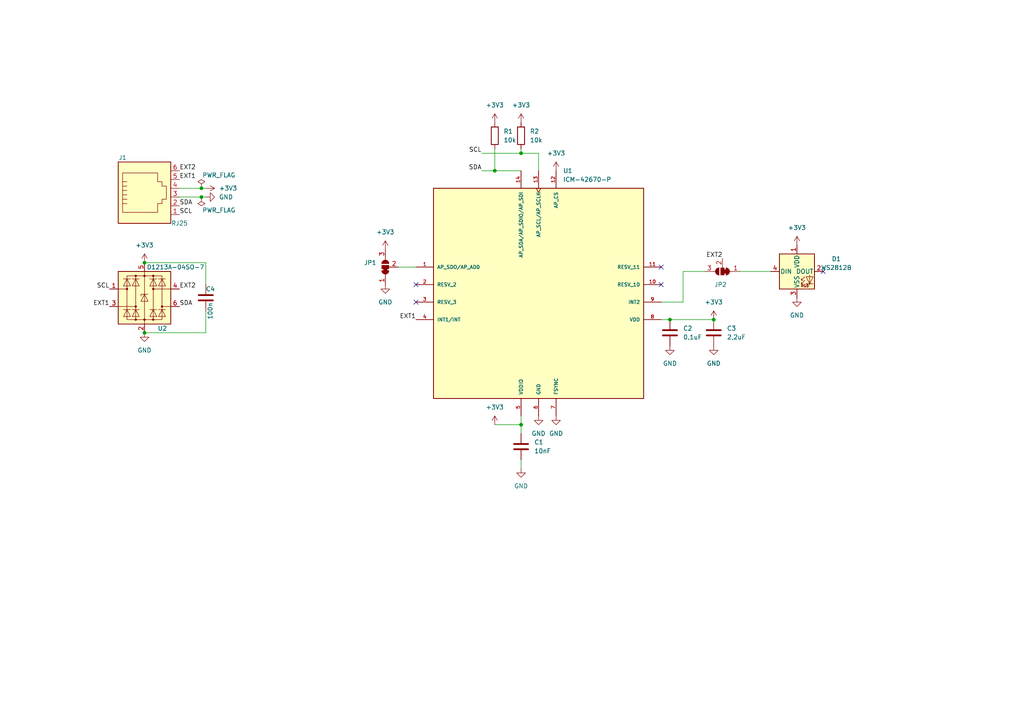
<source format=kicad_sch>
(kicad_sch (version 20230121) (generator eeschema)

  (uuid 5366ba57-4f93-4c60-9895-4205cbb289d0)

  (paper "A4")

  (lib_symbols
    (symbol "Connector:RJ25" (pin_names (offset 1.016)) (in_bom yes) (on_board yes)
      (property "Reference" "J" (at -5.08 11.43 0)
        (effects (font (size 1.27 1.27)) (justify right))
      )
      (property "Value" "RJ25" (at 2.54 11.43 0)
        (effects (font (size 1.27 1.27)) (justify left))
      )
      (property "Footprint" "" (at 0 0.635 90)
        (effects (font (size 1.27 1.27)) hide)
      )
      (property "Datasheet" "~" (at 0 0.635 90)
        (effects (font (size 1.27 1.27)) hide)
      )
      (property "ki_keywords" "6P6C RJ socket connector" (at 0 0 0)
        (effects (font (size 1.27 1.27)) hide)
      )
      (property "ki_description" "RJ connector, 6P6C (6 positions 6 connected)" (at 0 0 0)
        (effects (font (size 1.27 1.27)) hide)
      )
      (property "ki_fp_filters" "6P6C* RJ12* RJ18* RJ25*" (at 0 0 0)
        (effects (font (size 1.27 1.27)) hide)
      )
      (symbol "RJ25_0_1"
        (polyline
          (pts
            (xy -6.35 -1.905)
            (xy -5.08 -1.905)
            (xy -5.08 -1.905)
          )
          (stroke (width 0) (type default))
          (fill (type none))
        )
        (polyline
          (pts
            (xy -6.35 -0.635)
            (xy -5.08 -0.635)
            (xy -5.08 -0.635)
          )
          (stroke (width 0) (type default))
          (fill (type none))
        )
        (polyline
          (pts
            (xy -6.35 0.635)
            (xy -5.08 0.635)
            (xy -5.08 0.635)
          )
          (stroke (width 0) (type default))
          (fill (type none))
        )
        (polyline
          (pts
            (xy -6.35 1.905)
            (xy -5.08 1.905)
            (xy -5.08 1.905)
          )
          (stroke (width 0) (type default))
          (fill (type none))
        )
        (polyline
          (pts
            (xy -6.35 3.175)
            (xy -5.08 3.175)
            (xy -5.08 3.175)
          )
          (stroke (width 0) (type default))
          (fill (type none))
        )
        (polyline
          (pts
            (xy -5.08 4.445)
            (xy -6.35 4.445)
            (xy -6.35 4.445)
          )
          (stroke (width 0) (type default))
          (fill (type none))
        )
        (polyline
          (pts
            (xy -6.35 -4.445)
            (xy -6.35 6.985)
            (xy 3.81 6.985)
            (xy 3.81 4.445)
            (xy 5.08 4.445)
            (xy 5.08 3.175)
            (xy 6.35 3.175)
            (xy 6.35 -0.635)
            (xy 5.08 -0.635)
            (xy 5.08 -1.905)
            (xy 3.81 -1.905)
            (xy 3.81 -4.445)
            (xy -6.35 -4.445)
            (xy -6.35 -4.445)
          )
          (stroke (width 0) (type default))
          (fill (type none))
        )
        (rectangle (start 7.62 10.16) (end -7.62 -7.62)
          (stroke (width 0.254) (type default))
          (fill (type background))
        )
      )
      (symbol "RJ25_1_1"
        (pin passive line (at 10.16 -5.08 180) (length 2.54)
          (name "~" (effects (font (size 1.27 1.27))))
          (number "1" (effects (font (size 1.27 1.27))))
        )
        (pin passive line (at 10.16 -2.54 180) (length 2.54)
          (name "~" (effects (font (size 1.27 1.27))))
          (number "2" (effects (font (size 1.27 1.27))))
        )
        (pin passive line (at 10.16 0 180) (length 2.54)
          (name "~" (effects (font (size 1.27 1.27))))
          (number "3" (effects (font (size 1.27 1.27))))
        )
        (pin passive line (at 10.16 2.54 180) (length 2.54)
          (name "~" (effects (font (size 1.27 1.27))))
          (number "4" (effects (font (size 1.27 1.27))))
        )
        (pin passive line (at 10.16 5.08 180) (length 2.54)
          (name "~" (effects (font (size 1.27 1.27))))
          (number "5" (effects (font (size 1.27 1.27))))
        )
        (pin passive line (at 10.16 7.62 180) (length 2.54)
          (name "~" (effects (font (size 1.27 1.27))))
          (number "6" (effects (font (size 1.27 1.27))))
        )
      )
    )
    (symbol "Device:C" (pin_numbers hide) (pin_names (offset 0.254)) (in_bom yes) (on_board yes)
      (property "Reference" "C" (at 0.635 2.54 0)
        (effects (font (size 1.27 1.27)) (justify left))
      )
      (property "Value" "C" (at 0.635 -2.54 0)
        (effects (font (size 1.27 1.27)) (justify left))
      )
      (property "Footprint" "" (at 0.9652 -3.81 0)
        (effects (font (size 1.27 1.27)) hide)
      )
      (property "Datasheet" "~" (at 0 0 0)
        (effects (font (size 1.27 1.27)) hide)
      )
      (property "ki_keywords" "cap capacitor" (at 0 0 0)
        (effects (font (size 1.27 1.27)) hide)
      )
      (property "ki_description" "Unpolarized capacitor" (at 0 0 0)
        (effects (font (size 1.27 1.27)) hide)
      )
      (property "ki_fp_filters" "C_*" (at 0 0 0)
        (effects (font (size 1.27 1.27)) hide)
      )
      (symbol "C_0_1"
        (polyline
          (pts
            (xy -2.032 -0.762)
            (xy 2.032 -0.762)
          )
          (stroke (width 0.508) (type default))
          (fill (type none))
        )
        (polyline
          (pts
            (xy -2.032 0.762)
            (xy 2.032 0.762)
          )
          (stroke (width 0.508) (type default))
          (fill (type none))
        )
      )
      (symbol "C_1_1"
        (pin passive line (at 0 3.81 270) (length 2.794)
          (name "~" (effects (font (size 1.27 1.27))))
          (number "1" (effects (font (size 1.27 1.27))))
        )
        (pin passive line (at 0 -3.81 90) (length 2.794)
          (name "~" (effects (font (size 1.27 1.27))))
          (number "2" (effects (font (size 1.27 1.27))))
        )
      )
    )
    (symbol "Device:R" (pin_numbers hide) (pin_names (offset 0)) (in_bom yes) (on_board yes)
      (property "Reference" "R" (at 2.032 0 90)
        (effects (font (size 1.27 1.27)))
      )
      (property "Value" "R" (at 0 0 90)
        (effects (font (size 1.27 1.27)))
      )
      (property "Footprint" "" (at -1.778 0 90)
        (effects (font (size 1.27 1.27)) hide)
      )
      (property "Datasheet" "~" (at 0 0 0)
        (effects (font (size 1.27 1.27)) hide)
      )
      (property "ki_keywords" "R res resistor" (at 0 0 0)
        (effects (font (size 1.27 1.27)) hide)
      )
      (property "ki_description" "Resistor" (at 0 0 0)
        (effects (font (size 1.27 1.27)) hide)
      )
      (property "ki_fp_filters" "R_*" (at 0 0 0)
        (effects (font (size 1.27 1.27)) hide)
      )
      (symbol "R_0_1"
        (rectangle (start -1.016 -2.54) (end 1.016 2.54)
          (stroke (width 0.254) (type default))
          (fill (type none))
        )
      )
      (symbol "R_1_1"
        (pin passive line (at 0 3.81 270) (length 1.27)
          (name "~" (effects (font (size 1.27 1.27))))
          (number "1" (effects (font (size 1.27 1.27))))
        )
        (pin passive line (at 0 -3.81 90) (length 1.27)
          (name "~" (effects (font (size 1.27 1.27))))
          (number "2" (effects (font (size 1.27 1.27))))
        )
      )
    )
    (symbol "ICM-42670:ICM-42670-P" (pin_names (offset 1.016)) (in_bom yes) (on_board yes)
      (property "Reference" "U" (at -30.48 31.242 0)
        (effects (font (size 1.27 1.27)) (justify left bottom))
      )
      (property "Value" "ICM-42670-P" (at -30.48 -31.242 0)
        (effects (font (size 1.27 1.27)) (justify left top))
      )
      (property "Footprint" "ICM-42670-P:IC_ICM-42670-P" (at 0 0 0)
        (effects (font (size 1.27 1.27)) (justify bottom) hide)
      )
      (property "Datasheet" "" (at 0 0 0)
        (effects (font (size 1.27 1.27)) hide)
      )
      (property "MF" "TDK InvenSense" (at 0 0 0)
        (effects (font (size 1.27 1.27)) (justify bottom) hide)
      )
      (property "Description" "\nLow-Power, Premium Performance 6-Axis MotionTrackingTM IMU with I3C, I2C and SPI interface in 2.5mm x 3mm Package\n" (at 0 0 0)
        (effects (font (size 1.27 1.27)) (justify bottom) hide)
      )
      (property "Package" "None" (at 0 0 0)
        (effects (font (size 1.27 1.27)) (justify bottom) hide)
      )
      (property "Price" "None" (at 0 0 0)
        (effects (font (size 1.27 1.27)) (justify bottom) hide)
      )
      (property "Check_prices" "https://www.snapeda.com/parts/ICM-42670-P/TDK+InvenSense/view-part/?ref=eda" (at 0 0 0)
        (effects (font (size 1.27 1.27)) (justify bottom) hide)
      )
      (property "SnapEDA_Link" "https://www.snapeda.com/parts/ICM-42670-P/TDK+InvenSense/view-part/?ref=snap" (at 0 0 0)
        (effects (font (size 1.27 1.27)) (justify bottom) hide)
      )
      (property "MP" "ICM-42670-P" (at 0 0 0)
        (effects (font (size 1.27 1.27)) (justify bottom) hide)
      )
      (property "Availability" "Not in stock" (at 0 0 0)
        (effects (font (size 1.27 1.27)) (justify bottom) hide)
      )
      (property "Purchase-URL" "https://pricing.snapeda.com/search/part/ICM-42670-P/?ref=eda" (at 0 0 0)
        (effects (font (size 1.27 1.27)) (justify bottom) hide)
      )
      (symbol "ICM-42670-P_0_0"
        (rectangle (start -30.48 -30.48) (end 30.48 30.48)
          (stroke (width 0.254) (type default))
          (fill (type background))
        )
        (pin bidirectional line (at -35.56 7.62 0) (length 5.08)
          (name "AP_SDO/AP_AD0" (effects (font (size 1.016 1.016))))
          (number "1" (effects (font (size 1.016 1.016))))
        )
        (pin passive line (at 35.56 2.54 180) (length 5.08)
          (name "RESV_10" (effects (font (size 1.016 1.016))))
          (number "10" (effects (font (size 1.016 1.016))))
        )
        (pin passive line (at 35.56 7.62 180) (length 5.08)
          (name "RESV_11" (effects (font (size 1.016 1.016))))
          (number "11" (effects (font (size 1.016 1.016))))
        )
        (pin input line (at 5.08 35.56 270) (length 5.08)
          (name "AP_CS" (effects (font (size 1.016 1.016))))
          (number "12" (effects (font (size 1.016 1.016))))
        )
        (pin input clock (at 0 35.56 270) (length 5.08)
          (name "AP_SCL/AP_SCLK" (effects (font (size 1.016 1.016))))
          (number "13" (effects (font (size 1.016 1.016))))
        )
        (pin bidirectional line (at -5.08 35.56 270) (length 5.08)
          (name "AP_SDA/AP_SDIO/AP_SDI" (effects (font (size 1.016 1.016))))
          (number "14" (effects (font (size 1.016 1.016))))
        )
        (pin passive line (at -35.56 2.54 0) (length 5.08)
          (name "RESV_2" (effects (font (size 1.016 1.016))))
          (number "2" (effects (font (size 1.016 1.016))))
        )
        (pin passive line (at -35.56 -2.54 0) (length 5.08)
          (name "RESV_3" (effects (font (size 1.016 1.016))))
          (number "3" (effects (font (size 1.016 1.016))))
        )
        (pin output line (at -35.56 -7.62 0) (length 5.08)
          (name "INT1/INT" (effects (font (size 1.016 1.016))))
          (number "4" (effects (font (size 1.016 1.016))))
        )
        (pin power_in line (at -5.08 -35.56 90) (length 5.08)
          (name "VDDIO" (effects (font (size 1.016 1.016))))
          (number "5" (effects (font (size 1.016 1.016))))
        )
        (pin power_in line (at 0 -35.56 90) (length 5.08)
          (name "GND" (effects (font (size 1.016 1.016))))
          (number "6" (effects (font (size 1.016 1.016))))
        )
        (pin input line (at 5.08 -35.56 90) (length 5.08)
          (name "FSYNC" (effects (font (size 1.016 1.016))))
          (number "7" (effects (font (size 1.016 1.016))))
        )
        (pin power_in line (at 35.56 -7.62 180) (length 5.08)
          (name "VDD" (effects (font (size 1.016 1.016))))
          (number "8" (effects (font (size 1.016 1.016))))
        )
        (pin output line (at 35.56 -2.54 180) (length 5.08)
          (name "INT2" (effects (font (size 1.016 1.016))))
          (number "9" (effects (font (size 1.016 1.016))))
        )
      )
    )
    (symbol "Jumper:SolderJumper_3_Bridged12" (pin_names (offset 0) hide) (in_bom yes) (on_board yes)
      (property "Reference" "JP" (at -2.54 -2.54 0)
        (effects (font (size 1.27 1.27)))
      )
      (property "Value" "SolderJumper_3_Bridged12" (at 0 2.794 0)
        (effects (font (size 1.27 1.27)))
      )
      (property "Footprint" "" (at 0 0 0)
        (effects (font (size 1.27 1.27)) hide)
      )
      (property "Datasheet" "~" (at 0 0 0)
        (effects (font (size 1.27 1.27)) hide)
      )
      (property "ki_keywords" "Solder Jumper SPDT" (at 0 0 0)
        (effects (font (size 1.27 1.27)) hide)
      )
      (property "ki_description" "3-pole Solder Jumper, pins 1+2 closed/bridged" (at 0 0 0)
        (effects (font (size 1.27 1.27)) hide)
      )
      (property "ki_fp_filters" "SolderJumper*Bridged12*" (at 0 0 0)
        (effects (font (size 1.27 1.27)) hide)
      )
      (symbol "SolderJumper_3_Bridged12_0_1"
        (rectangle (start -1.016 0.508) (end -0.508 -0.508)
          (stroke (width 0) (type default))
          (fill (type outline))
        )
        (arc (start -1.016 1.016) (mid -2.0276 0) (end -1.016 -1.016)
          (stroke (width 0) (type default))
          (fill (type none))
        )
        (arc (start -1.016 1.016) (mid -2.0276 0) (end -1.016 -1.016)
          (stroke (width 0) (type default))
          (fill (type outline))
        )
        (rectangle (start -0.508 1.016) (end 0.508 -1.016)
          (stroke (width 0) (type default))
          (fill (type outline))
        )
        (polyline
          (pts
            (xy -2.54 0)
            (xy -2.032 0)
          )
          (stroke (width 0) (type default))
          (fill (type none))
        )
        (polyline
          (pts
            (xy -1.016 1.016)
            (xy -1.016 -1.016)
          )
          (stroke (width 0) (type default))
          (fill (type none))
        )
        (polyline
          (pts
            (xy 0 -1.27)
            (xy 0 -1.016)
          )
          (stroke (width 0) (type default))
          (fill (type none))
        )
        (polyline
          (pts
            (xy 1.016 1.016)
            (xy 1.016 -1.016)
          )
          (stroke (width 0) (type default))
          (fill (type none))
        )
        (polyline
          (pts
            (xy 2.54 0)
            (xy 2.032 0)
          )
          (stroke (width 0) (type default))
          (fill (type none))
        )
        (arc (start 1.016 -1.016) (mid 2.0276 0) (end 1.016 1.016)
          (stroke (width 0) (type default))
          (fill (type none))
        )
        (arc (start 1.016 -1.016) (mid 2.0276 0) (end 1.016 1.016)
          (stroke (width 0) (type default))
          (fill (type outline))
        )
      )
      (symbol "SolderJumper_3_Bridged12_1_1"
        (pin passive line (at -5.08 0 0) (length 2.54)
          (name "A" (effects (font (size 1.27 1.27))))
          (number "1" (effects (font (size 1.27 1.27))))
        )
        (pin passive line (at 0 -3.81 90) (length 2.54)
          (name "C" (effects (font (size 1.27 1.27))))
          (number "2" (effects (font (size 1.27 1.27))))
        )
        (pin passive line (at 5.08 0 180) (length 2.54)
          (name "B" (effects (font (size 1.27 1.27))))
          (number "3" (effects (font (size 1.27 1.27))))
        )
      )
    )
    (symbol "LED:WS2812B" (pin_names (offset 0.254)) (in_bom yes) (on_board yes)
      (property "Reference" "D" (at 5.08 5.715 0)
        (effects (font (size 1.27 1.27)) (justify right bottom))
      )
      (property "Value" "WS2812B" (at 1.27 -5.715 0)
        (effects (font (size 1.27 1.27)) (justify left top))
      )
      (property "Footprint" "LED_SMD:LED_WS2812B_PLCC4_5.0x5.0mm_P3.2mm" (at 1.27 -7.62 0)
        (effects (font (size 1.27 1.27)) (justify left top) hide)
      )
      (property "Datasheet" "https://cdn-shop.adafruit.com/datasheets/WS2812B.pdf" (at 2.54 -9.525 0)
        (effects (font (size 1.27 1.27)) (justify left top) hide)
      )
      (property "ki_keywords" "RGB LED NeoPixel addressable" (at 0 0 0)
        (effects (font (size 1.27 1.27)) hide)
      )
      (property "ki_description" "RGB LED with integrated controller" (at 0 0 0)
        (effects (font (size 1.27 1.27)) hide)
      )
      (property "ki_fp_filters" "LED*WS2812*PLCC*5.0x5.0mm*P3.2mm*" (at 0 0 0)
        (effects (font (size 1.27 1.27)) hide)
      )
      (symbol "WS2812B_0_0"
        (text "RGB" (at 2.286 -4.191 0)
          (effects (font (size 0.762 0.762)))
        )
      )
      (symbol "WS2812B_0_1"
        (polyline
          (pts
            (xy 1.27 -3.556)
            (xy 1.778 -3.556)
          )
          (stroke (width 0) (type default))
          (fill (type none))
        )
        (polyline
          (pts
            (xy 1.27 -2.54)
            (xy 1.778 -2.54)
          )
          (stroke (width 0) (type default))
          (fill (type none))
        )
        (polyline
          (pts
            (xy 4.699 -3.556)
            (xy 2.667 -3.556)
          )
          (stroke (width 0) (type default))
          (fill (type none))
        )
        (polyline
          (pts
            (xy 2.286 -2.54)
            (xy 1.27 -3.556)
            (xy 1.27 -3.048)
          )
          (stroke (width 0) (type default))
          (fill (type none))
        )
        (polyline
          (pts
            (xy 2.286 -1.524)
            (xy 1.27 -2.54)
            (xy 1.27 -2.032)
          )
          (stroke (width 0) (type default))
          (fill (type none))
        )
        (polyline
          (pts
            (xy 3.683 -1.016)
            (xy 3.683 -3.556)
            (xy 3.683 -4.064)
          )
          (stroke (width 0) (type default))
          (fill (type none))
        )
        (polyline
          (pts
            (xy 4.699 -1.524)
            (xy 2.667 -1.524)
            (xy 3.683 -3.556)
            (xy 4.699 -1.524)
          )
          (stroke (width 0) (type default))
          (fill (type none))
        )
        (rectangle (start 5.08 5.08) (end -5.08 -5.08)
          (stroke (width 0.254) (type default))
          (fill (type background))
        )
      )
      (symbol "WS2812B_1_1"
        (pin power_in line (at 0 7.62 270) (length 2.54)
          (name "VDD" (effects (font (size 1.27 1.27))))
          (number "1" (effects (font (size 1.27 1.27))))
        )
        (pin output line (at 7.62 0 180) (length 2.54)
          (name "DOUT" (effects (font (size 1.27 1.27))))
          (number "2" (effects (font (size 1.27 1.27))))
        )
        (pin power_in line (at 0 -7.62 90) (length 2.54)
          (name "VSS" (effects (font (size 1.27 1.27))))
          (number "3" (effects (font (size 1.27 1.27))))
        )
        (pin input line (at -7.62 0 0) (length 2.54)
          (name "DIN" (effects (font (size 1.27 1.27))))
          (number "4" (effects (font (size 1.27 1.27))))
        )
      )
    )
    (symbol "Power_Protection:WE-TVS-824015043" (pin_names hide) (in_bom yes) (on_board yes)
      (property "Reference" "U" (at 0 12.7 0)
        (effects (font (size 1.27 1.27)))
      )
      (property "Value" "WE-TVS-824015043" (at 0 10.16 0)
        (effects (font (size 1.27 1.27)))
      )
      (property "Footprint" "Package_TO_SOT_SMD:SOT-23-6" (at 1.27 -8.89 0)
        (effects (font (size 1.27 1.27)) hide)
      )
      (property "Datasheet" "https://www.we-online.com/components/products/datasheet/824015043.pdf" (at 1.27 -10.16 0)
        (effects (font (size 1.27 1.27)) hide)
      )
      (property "ki_keywords" "ESD Protection TVS High-speed USB" (at 0 0 0)
        (effects (font (size 1.27 1.27)) hide)
      )
      (property "ki_description" "Low Capacitance TVS Diode Array, 2 Channels, SOT-23-6" (at 0 0 0)
        (effects (font (size 1.27 1.27)) hide)
      )
      (property "ki_fp_filters" "SOT?23*" (at 0 0 0)
        (effects (font (size 1.27 1.27)) hide)
      )
      (symbol "WE-TVS-824015043_0_1"
        (rectangle (start -7.62 -7.62) (end 7.62 7.62)
          (stroke (width 0.254) (type default))
          (fill (type background))
        )
        (circle (center -5.08 2.54) (radius 0.254)
          (stroke (width 0) (type default))
          (fill (type outline))
        )
        (circle (center -2.54 -6.35) (radius 0.254)
          (stroke (width 0) (type default))
          (fill (type outline))
        )
        (circle (center -2.54 -2.54) (radius 0.254)
          (stroke (width 0) (type default))
          (fill (type outline))
        )
        (circle (center -2.54 6.35) (radius 0.254)
          (stroke (width 0) (type default))
          (fill (type outline))
        )
        (rectangle (start -2.54 6.35) (end 2.54 -6.35)
          (stroke (width 0) (type default))
          (fill (type none))
        )
        (circle (center 0 -6.35) (radius 0.254)
          (stroke (width 0) (type default))
          (fill (type outline))
        )
        (polyline
          (pts
            (xy -5.08 2.54)
            (xy -7.62 2.54)
          )
          (stroke (width 0) (type default))
          (fill (type none))
        )
        (polyline
          (pts
            (xy -4.064 -3.429)
            (xy -6.096 -3.429)
          )
          (stroke (width 0) (type default))
          (fill (type none))
        )
        (polyline
          (pts
            (xy -4.064 5.461)
            (xy -6.096 5.461)
          )
          (stroke (width 0) (type default))
          (fill (type none))
        )
        (polyline
          (pts
            (xy -2.54 -2.54)
            (xy -7.62 -2.54)
          )
          (stroke (width 0) (type default))
          (fill (type none))
        )
        (polyline
          (pts
            (xy -1.524 -3.429)
            (xy -3.556 -3.429)
          )
          (stroke (width 0) (type default))
          (fill (type none))
        )
        (polyline
          (pts
            (xy -1.524 5.461)
            (xy -3.556 5.461)
          )
          (stroke (width 0) (type default))
          (fill (type none))
        )
        (polyline
          (pts
            (xy 0 -7.62)
            (xy 0 -6.35)
          )
          (stroke (width 0) (type default))
          (fill (type none))
        )
        (polyline
          (pts
            (xy 0 -6.35)
            (xy 0 1.27)
          )
          (stroke (width 0) (type default))
          (fill (type none))
        )
        (polyline
          (pts
            (xy 0 1.27)
            (xy 0 6.35)
          )
          (stroke (width 0) (type default))
          (fill (type none))
        )
        (polyline
          (pts
            (xy 0 6.35)
            (xy 0 7.62)
          )
          (stroke (width 0) (type default))
          (fill (type none))
        )
        (polyline
          (pts
            (xy 1.524 -3.429)
            (xy 3.556 -3.429)
          )
          (stroke (width 0) (type default))
          (fill (type none))
        )
        (polyline
          (pts
            (xy 1.524 5.461)
            (xy 3.556 5.461)
          )
          (stroke (width 0) (type default))
          (fill (type none))
        )
        (polyline
          (pts
            (xy 2.54 2.54)
            (xy 7.62 2.54)
          )
          (stroke (width 0) (type default))
          (fill (type none))
        )
        (polyline
          (pts
            (xy 4.064 -3.429)
            (xy 6.096 -3.429)
          )
          (stroke (width 0) (type default))
          (fill (type none))
        )
        (polyline
          (pts
            (xy 4.064 5.461)
            (xy 6.096 5.461)
          )
          (stroke (width 0) (type default))
          (fill (type none))
        )
        (polyline
          (pts
            (xy 5.08 -2.54)
            (xy 7.62 -2.54)
          )
          (stroke (width 0) (type default))
          (fill (type none))
        )
        (polyline
          (pts
            (xy -6.096 -5.461)
            (xy -4.064 -5.461)
            (xy -5.08 -3.429)
            (xy -6.096 -5.461)
          )
          (stroke (width 0) (type default))
          (fill (type none))
        )
        (polyline
          (pts
            (xy -6.096 3.429)
            (xy -4.064 3.429)
            (xy -5.08 5.461)
            (xy -6.096 3.429)
          )
          (stroke (width 0) (type default))
          (fill (type none))
        )
        (polyline
          (pts
            (xy -3.556 -5.461)
            (xy -1.524 -5.461)
            (xy -2.54 -3.429)
            (xy -3.556 -5.461)
          )
          (stroke (width 0) (type default))
          (fill (type none))
        )
        (polyline
          (pts
            (xy -3.556 3.429)
            (xy -1.524 3.429)
            (xy -2.54 5.461)
            (xy -3.556 3.429)
          )
          (stroke (width 0) (type default))
          (fill (type none))
        )
        (polyline
          (pts
            (xy -2.54 6.35)
            (xy -5.08 6.35)
            (xy -5.08 -6.35)
            (xy -2.54 -6.35)
          )
          (stroke (width 0) (type default))
          (fill (type none))
        )
        (polyline
          (pts
            (xy -1.016 -1.016)
            (xy 1.016 -1.016)
            (xy 0 1.016)
            (xy -1.016 -1.016)
          )
          (stroke (width 0) (type default))
          (fill (type none))
        )
        (polyline
          (pts
            (xy 1.016 1.016)
            (xy 0.762 1.016)
            (xy -1.016 1.016)
            (xy -1.016 0.508)
          )
          (stroke (width 0) (type default))
          (fill (type none))
        )
        (polyline
          (pts
            (xy 2.54 6.35)
            (xy 5.08 6.35)
            (xy 5.08 -6.35)
            (xy 2.54 -6.35)
          )
          (stroke (width 0) (type default))
          (fill (type none))
        )
        (polyline
          (pts
            (xy 3.556 -5.461)
            (xy 1.524 -5.461)
            (xy 2.54 -3.429)
            (xy 3.556 -5.461)
          )
          (stroke (width 0) (type default))
          (fill (type none))
        )
        (polyline
          (pts
            (xy 3.556 3.429)
            (xy 1.524 3.429)
            (xy 2.54 5.461)
            (xy 3.556 3.429)
          )
          (stroke (width 0) (type default))
          (fill (type none))
        )
        (polyline
          (pts
            (xy 6.096 -5.461)
            (xy 4.064 -5.461)
            (xy 5.08 -3.429)
            (xy 6.096 -5.461)
          )
          (stroke (width 0) (type default))
          (fill (type none))
        )
        (polyline
          (pts
            (xy 6.096 3.429)
            (xy 4.064 3.429)
            (xy 5.08 5.461)
            (xy 6.096 3.429)
          )
          (stroke (width 0) (type default))
          (fill (type none))
        )
        (circle (center 0 6.35) (radius 0.254)
          (stroke (width 0) (type default))
          (fill (type outline))
        )
        (circle (center 2.54 -6.35) (radius 0.254)
          (stroke (width 0) (type default))
          (fill (type outline))
        )
        (circle (center 2.54 2.54) (radius 0.254)
          (stroke (width 0) (type default))
          (fill (type outline))
        )
        (circle (center 2.54 6.35) (radius 0.254)
          (stroke (width 0) (type default))
          (fill (type outline))
        )
        (circle (center 5.08 -2.54) (radius 0.254)
          (stroke (width 0) (type default))
          (fill (type outline))
        )
      )
      (symbol "WE-TVS-824015043_1_1"
        (pin passive line (at -10.16 2.54 0) (length 2.54)
          (name "I/O1" (effects (font (size 1.27 1.27))))
          (number "1" (effects (font (size 1.27 1.27))))
        )
        (pin passive line (at 0 -10.16 90) (length 2.54)
          (name "GND" (effects (font (size 1.27 1.27))))
          (number "2" (effects (font (size 1.27 1.27))))
        )
        (pin passive line (at -10.16 -2.54 0) (length 2.54)
          (name "I/O2" (effects (font (size 1.27 1.27))))
          (number "3" (effects (font (size 1.27 1.27))))
        )
        (pin passive line (at 10.16 2.54 180) (length 2.54)
          (name "I/O3" (effects (font (size 1.27 1.27))))
          (number "4" (effects (font (size 1.27 1.27))))
        )
        (pin passive line (at 0 10.16 270) (length 2.54)
          (name "VBUS" (effects (font (size 1.27 1.27))))
          (number "5" (effects (font (size 1.27 1.27))))
        )
        (pin passive line (at 10.16 -2.54 180) (length 2.54)
          (name "I/O4" (effects (font (size 1.27 1.27))))
          (number "6" (effects (font (size 1.27 1.27))))
        )
      )
    )
    (symbol "power:+3V3" (power) (pin_names (offset 0)) (in_bom yes) (on_board yes)
      (property "Reference" "#PWR" (at 0 -3.81 0)
        (effects (font (size 1.27 1.27)) hide)
      )
      (property "Value" "+3V3" (at 0 3.556 0)
        (effects (font (size 1.27 1.27)))
      )
      (property "Footprint" "" (at 0 0 0)
        (effects (font (size 1.27 1.27)) hide)
      )
      (property "Datasheet" "" (at 0 0 0)
        (effects (font (size 1.27 1.27)) hide)
      )
      (property "ki_keywords" "global power" (at 0 0 0)
        (effects (font (size 1.27 1.27)) hide)
      )
      (property "ki_description" "Power symbol creates a global label with name \"+3V3\"" (at 0 0 0)
        (effects (font (size 1.27 1.27)) hide)
      )
      (symbol "+3V3_0_1"
        (polyline
          (pts
            (xy -0.762 1.27)
            (xy 0 2.54)
          )
          (stroke (width 0) (type default))
          (fill (type none))
        )
        (polyline
          (pts
            (xy 0 0)
            (xy 0 2.54)
          )
          (stroke (width 0) (type default))
          (fill (type none))
        )
        (polyline
          (pts
            (xy 0 2.54)
            (xy 0.762 1.27)
          )
          (stroke (width 0) (type default))
          (fill (type none))
        )
      )
      (symbol "+3V3_1_1"
        (pin power_in line (at 0 0 90) (length 0) hide
          (name "+3V3" (effects (font (size 1.27 1.27))))
          (number "1" (effects (font (size 1.27 1.27))))
        )
      )
    )
    (symbol "power:GND" (power) (pin_names (offset 0)) (in_bom yes) (on_board yes)
      (property "Reference" "#PWR" (at 0 -6.35 0)
        (effects (font (size 1.27 1.27)) hide)
      )
      (property "Value" "GND" (at 0 -3.81 0)
        (effects (font (size 1.27 1.27)))
      )
      (property "Footprint" "" (at 0 0 0)
        (effects (font (size 1.27 1.27)) hide)
      )
      (property "Datasheet" "" (at 0 0 0)
        (effects (font (size 1.27 1.27)) hide)
      )
      (property "ki_keywords" "global power" (at 0 0 0)
        (effects (font (size 1.27 1.27)) hide)
      )
      (property "ki_description" "Power symbol creates a global label with name \"GND\" , ground" (at 0 0 0)
        (effects (font (size 1.27 1.27)) hide)
      )
      (symbol "GND_0_1"
        (polyline
          (pts
            (xy 0 0)
            (xy 0 -1.27)
            (xy 1.27 -1.27)
            (xy 0 -2.54)
            (xy -1.27 -1.27)
            (xy 0 -1.27)
          )
          (stroke (width 0) (type default))
          (fill (type none))
        )
      )
      (symbol "GND_1_1"
        (pin power_in line (at 0 0 270) (length 0) hide
          (name "GND" (effects (font (size 1.27 1.27))))
          (number "1" (effects (font (size 1.27 1.27))))
        )
      )
    )
    (symbol "power:PWR_FLAG" (power) (pin_numbers hide) (pin_names (offset 0) hide) (in_bom yes) (on_board yes)
      (property "Reference" "#FLG" (at 0 1.905 0)
        (effects (font (size 1.27 1.27)) hide)
      )
      (property "Value" "PWR_FLAG" (at 0 3.81 0)
        (effects (font (size 1.27 1.27)))
      )
      (property "Footprint" "" (at 0 0 0)
        (effects (font (size 1.27 1.27)) hide)
      )
      (property "Datasheet" "~" (at 0 0 0)
        (effects (font (size 1.27 1.27)) hide)
      )
      (property "ki_keywords" "flag power" (at 0 0 0)
        (effects (font (size 1.27 1.27)) hide)
      )
      (property "ki_description" "Special symbol for telling ERC where power comes from" (at 0 0 0)
        (effects (font (size 1.27 1.27)) hide)
      )
      (symbol "PWR_FLAG_0_0"
        (pin power_out line (at 0 0 90) (length 0)
          (name "pwr" (effects (font (size 1.27 1.27))))
          (number "1" (effects (font (size 1.27 1.27))))
        )
      )
      (symbol "PWR_FLAG_0_1"
        (polyline
          (pts
            (xy 0 0)
            (xy 0 1.27)
            (xy -1.016 1.905)
            (xy 0 2.54)
            (xy 1.016 1.905)
            (xy 0 1.27)
          )
          (stroke (width 0) (type default))
          (fill (type none))
        )
      )
    )
  )

  (junction (at 151.13 44.45) (diameter 0) (color 0 0 0 0)
    (uuid 166473cd-214a-40ad-9a75-4ed3c7daea22)
  )
  (junction (at 151.13 123.19) (diameter 0) (color 0 0 0 0)
    (uuid 281466be-d790-47d9-883e-1a048475e31a)
  )
  (junction (at 143.51 49.53) (diameter 0) (color 0 0 0 0)
    (uuid 3d2ba071-a5f0-47f0-b638-dfbc67d23bcb)
  )
  (junction (at 58.42 57.15) (diameter 0) (color 0 0 0 0)
    (uuid 4d3ab2d8-b081-4d4a-9bbf-992bbc7302df)
  )
  (junction (at 207.01 92.71) (diameter 0) (color 0 0 0 0)
    (uuid 5f5298e2-d5c0-448d-8bd9-09f7ac5bd528)
  )
  (junction (at 58.42 54.61) (diameter 0) (color 0 0 0 0)
    (uuid 7ed1e6f8-2914-43fe-a04a-631c132d1b66)
  )
  (junction (at 41.91 96.52) (diameter 0) (color 0 0 0 0)
    (uuid b38fc2fe-dfd6-4ddf-9b16-0d661864beda)
  )
  (junction (at 41.91 76.2) (diameter 0) (color 0 0 0 0)
    (uuid ca3bd27e-b716-4140-9b57-42df1b5c21de)
  )
  (junction (at 194.31 92.71) (diameter 0) (color 0 0 0 0)
    (uuid ffb8c1fb-2727-4c3c-8724-f78e8a68bbd7)
  )

  (no_connect (at 191.77 77.47) (uuid 4d1485bf-5367-4931-bcf7-8e98accc08e2))
  (no_connect (at 191.77 82.55) (uuid 4d6e2fe9-afa0-4117-9ad7-bd35a3a428f9))
  (no_connect (at 238.76 78.74) (uuid 59394cea-45d4-4ec1-afd9-2590645ba588))
  (no_connect (at 120.65 82.55) (uuid 6f5a861e-2e8a-4b22-a3c7-229ec8859fc9))
  (no_connect (at 120.65 87.63) (uuid fa1b7cb8-2384-4869-a9ad-97627c95e754))

  (wire (pts (xy 59.69 82.55) (xy 59.69 76.2))
    (stroke (width 0) (type default))
    (uuid 090b881b-8afc-499b-856d-44389a3192a9)
  )
  (wire (pts (xy 156.21 44.45) (xy 156.21 49.53))
    (stroke (width 0) (type default))
    (uuid 106fd8cf-8a1b-4757-8a6b-2236b34a54c7)
  )
  (wire (pts (xy 151.13 123.19) (xy 151.13 120.65))
    (stroke (width 0) (type default))
    (uuid 14248a7a-2d7d-4ca9-8fd9-ec4c02add44d)
  )
  (wire (pts (xy 143.51 123.19) (xy 151.13 123.19))
    (stroke (width 0) (type default))
    (uuid 1577b06b-41c3-4d14-a133-36d9920e2d98)
  )
  (wire (pts (xy 58.42 54.61) (xy 52.07 54.61))
    (stroke (width 0) (type default))
    (uuid 2297d6d1-568a-45e0-b9fe-5bcdcc0bc49a)
  )
  (wire (pts (xy 151.13 125.73) (xy 151.13 123.19))
    (stroke (width 0) (type default))
    (uuid 3fb11c62-b6ef-4005-9335-bac6dd2b27d4)
  )
  (wire (pts (xy 151.13 133.35) (xy 151.13 135.89))
    (stroke (width 0) (type default))
    (uuid 401c34a0-2460-445d-9de9-a2019b1bb02c)
  )
  (wire (pts (xy 52.07 57.15) (xy 58.42 57.15))
    (stroke (width 0) (type default))
    (uuid 5d4a7004-6ae1-42a3-b81d-a7992ec99154)
  )
  (wire (pts (xy 58.42 57.15) (xy 59.69 57.15))
    (stroke (width 0) (type default))
    (uuid 649094fa-bb71-47d4-894e-c54f8cf89dae)
  )
  (wire (pts (xy 143.51 43.18) (xy 143.51 49.53))
    (stroke (width 0) (type default))
    (uuid 749adaf0-a233-492d-9dbd-f95d1d179f71)
  )
  (wire (pts (xy 143.51 49.53) (xy 151.13 49.53))
    (stroke (width 0) (type default))
    (uuid 78ea71d7-ba8f-4b4f-858b-a832e4299613)
  )
  (wire (pts (xy 59.69 96.52) (xy 41.91 96.52))
    (stroke (width 0) (type default))
    (uuid 7c9b5da4-c965-43a3-94c1-1acaa837ff92)
  )
  (wire (pts (xy 151.13 44.45) (xy 156.21 44.45))
    (stroke (width 0) (type default))
    (uuid 8ac89b5e-b5d7-4262-a14a-a5dcd56ddc41)
  )
  (wire (pts (xy 59.69 54.61) (xy 58.42 54.61))
    (stroke (width 0) (type default))
    (uuid 9870a424-99a8-4f72-a86e-e63f1de61e95)
  )
  (wire (pts (xy 198.12 78.74) (xy 204.47 78.74))
    (stroke (width 0) (type default))
    (uuid b5a49a57-8e85-4f28-9584-0823aa0d3b6f)
  )
  (wire (pts (xy 59.69 90.17) (xy 59.69 96.52))
    (stroke (width 0) (type default))
    (uuid b9c3827c-fe6b-4bb3-a400-99572562e35a)
  )
  (wire (pts (xy 139.7 49.53) (xy 143.51 49.53))
    (stroke (width 0) (type default))
    (uuid c062045b-1007-4070-aeec-fa9e9ca8a503)
  )
  (wire (pts (xy 115.57 77.47) (xy 120.65 77.47))
    (stroke (width 0) (type default))
    (uuid c0c88c05-4508-4813-8044-ba6afab56a78)
  )
  (wire (pts (xy 198.12 87.63) (xy 198.12 78.74))
    (stroke (width 0) (type default))
    (uuid c49b9424-ea0c-443b-aa81-640f4fe3e15f)
  )
  (wire (pts (xy 151.13 43.18) (xy 151.13 44.45))
    (stroke (width 0) (type default))
    (uuid c4a2febc-933d-47c6-91cf-f0069cf361d0)
  )
  (wire (pts (xy 214.63 78.74) (xy 223.52 78.74))
    (stroke (width 0) (type default))
    (uuid cd1c2c64-40f9-4d2b-ac8d-4739216d897c)
  )
  (wire (pts (xy 139.7 44.45) (xy 151.13 44.45))
    (stroke (width 0) (type default))
    (uuid d5f89783-3f22-42c9-86a4-5ddd70b00956)
  )
  (wire (pts (xy 191.77 87.63) (xy 198.12 87.63))
    (stroke (width 0) (type default))
    (uuid d6468905-dba4-4e90-9248-b8b06d2dd0d5)
  )
  (wire (pts (xy 59.69 76.2) (xy 41.91 76.2))
    (stroke (width 0) (type default))
    (uuid e90e9329-15cf-4a6a-a10c-c65618f85c63)
  )
  (wire (pts (xy 194.31 92.71) (xy 207.01 92.71))
    (stroke (width 0) (type default))
    (uuid ed8612ec-14d4-4e3d-b800-4f4bc591aa22)
  )
  (wire (pts (xy 194.31 92.71) (xy 191.77 92.71))
    (stroke (width 0) (type default))
    (uuid fd5770dc-6a75-4ef7-827a-139bca263ef5)
  )

  (label "SCL" (at 52.07 62.23 0) (fields_autoplaced)
    (effects (font (size 1.27 1.27)) (justify left bottom))
    (uuid 12c12ffe-2578-4614-b54c-80cb533cf40c)
  )
  (label "EXT1" (at 52.07 52.07 0) (fields_autoplaced)
    (effects (font (size 1.27 1.27)) (justify left bottom))
    (uuid 1c5c0b9c-0b06-41fc-9c22-232647a4c74d)
  )
  (label "SCL" (at 31.75 83.82 180) (fields_autoplaced)
    (effects (font (size 1.27 1.27)) (justify right bottom))
    (uuid 28969dc1-1b28-4de4-8263-3e0372c9d02c)
  )
  (label "SDA" (at 139.7 49.53 180) (fields_autoplaced)
    (effects (font (size 1.27 1.27)) (justify right bottom))
    (uuid 306f67ce-fd35-446f-8ce6-1e977e0124ae)
  )
  (label "EXT1" (at 120.65 92.71 180) (fields_autoplaced)
    (effects (font (size 1.27 1.27)) (justify right bottom))
    (uuid 38bb1f98-b559-4e57-b169-1079d929faaa)
  )
  (label "EXT1" (at 31.75 88.9 180) (fields_autoplaced)
    (effects (font (size 1.27 1.27)) (justify right bottom))
    (uuid 4576dcf1-87ce-4614-92b9-36650ec38d04)
  )
  (label "SCL" (at 139.7 44.45 180) (fields_autoplaced)
    (effects (font (size 1.27 1.27)) (justify right bottom))
    (uuid 4e0fe63b-2f26-41b4-89eb-e912638acfa4)
  )
  (label "SDA" (at 52.07 59.69 0) (fields_autoplaced)
    (effects (font (size 1.27 1.27)) (justify left bottom))
    (uuid 5de4d041-d6bc-4809-83d1-0e06ac648e19)
  )
  (label "EXT2" (at 52.07 83.82 0) (fields_autoplaced)
    (effects (font (size 1.27 1.27)) (justify left bottom))
    (uuid 81970746-beea-4241-8e88-9843f6ddbca9)
  )
  (label "EXT2" (at 52.07 49.53 0) (fields_autoplaced)
    (effects (font (size 1.27 1.27)) (justify left bottom))
    (uuid 96e956ca-5d9c-434c-8d2e-b494e83b4d0d)
  )
  (label "SDA" (at 52.07 88.9 0) (fields_autoplaced)
    (effects (font (size 1.27 1.27)) (justify left bottom))
    (uuid a05eea7d-188a-4bfd-bd15-c76d6f8375d9)
  )
  (label "EXT2" (at 209.55 74.93 180) (fields_autoplaced)
    (effects (font (size 1.27 1.27)) (justify right bottom))
    (uuid a3950d3f-2db5-41ba-b036-f54ceeeaca4f)
  )

  (symbol (lib_id "Device:C") (at 151.13 129.54 0) (unit 1)
    (in_bom yes) (on_board yes) (dnp no) (fields_autoplaced)
    (uuid 10f56f95-dbf1-4da6-8fd7-3dbe347c31ec)
    (property "Reference" "C1" (at 154.94 128.27 0)
      (effects (font (size 1.27 1.27)) (justify left))
    )
    (property "Value" "10nF" (at 154.94 130.81 0)
      (effects (font (size 1.27 1.27)) (justify left))
    )
    (property "Footprint" "Capacitor_SMD:C_0603_1608Metric_Pad1.08x0.95mm_HandSolder" (at 152.0952 133.35 0)
      (effects (font (size 1.27 1.27)) hide)
    )
    (property "Datasheet" "~" (at 151.13 129.54 0)
      (effects (font (size 1.27 1.27)) hide)
    )
    (property "DigiKey" "399-C0603C103K9RAC7867CT-ND" (at 151.13 129.54 0)
      (effects (font (size 1.27 1.27)) hide)
    )
    (pin "1" (uuid 6a0a40be-5a30-4b30-9dea-8830ae69d564))
    (pin "2" (uuid c73695bf-8424-4e87-9ee7-9a96a7d5e296))
    (instances
      (project "FABI3 - IMU Addon"
        (path "/5366ba57-4f93-4c60-9895-4205cbb289d0"
          (reference "C1") (unit 1)
        )
      )
    )
  )

  (symbol (lib_id "power:+3V3") (at 41.91 76.2 0) (unit 1)
    (in_bom yes) (on_board yes) (dnp no) (fields_autoplaced)
    (uuid 1354a898-dd68-4fb5-82fc-4538f1b5d56f)
    (property "Reference" "#PWR017" (at 41.91 80.01 0)
      (effects (font (size 1.27 1.27)) hide)
    )
    (property "Value" "+3V3" (at 41.91 71.12 0)
      (effects (font (size 1.27 1.27)))
    )
    (property "Footprint" "" (at 41.91 76.2 0)
      (effects (font (size 1.27 1.27)) hide)
    )
    (property "Datasheet" "" (at 41.91 76.2 0)
      (effects (font (size 1.27 1.27)) hide)
    )
    (pin "1" (uuid 92103dcc-137c-4ec7-ba55-689efa0908ab))
    (instances
      (project "FABI3 - IMU Addon"
        (path "/5366ba57-4f93-4c60-9895-4205cbb289d0"
          (reference "#PWR017") (unit 1)
        )
      )
    )
  )

  (symbol (lib_id "power:GND") (at 231.14 86.36 0) (unit 1)
    (in_bom yes) (on_board yes) (dnp no) (fields_autoplaced)
    (uuid 1a8ff704-a6ad-447b-a124-e5c16618aab8)
    (property "Reference" "#PWR016" (at 231.14 92.71 0)
      (effects (font (size 1.27 1.27)) hide)
    )
    (property "Value" "GND" (at 231.14 91.44 0)
      (effects (font (size 1.27 1.27)))
    )
    (property "Footprint" "" (at 231.14 86.36 0)
      (effects (font (size 1.27 1.27)) hide)
    )
    (property "Datasheet" "" (at 231.14 86.36 0)
      (effects (font (size 1.27 1.27)) hide)
    )
    (pin "1" (uuid 0687821b-9bcc-442d-b72d-e82aeb9ca36e))
    (instances
      (project "FABI3 - IMU Addon"
        (path "/5366ba57-4f93-4c60-9895-4205cbb289d0"
          (reference "#PWR016") (unit 1)
        )
      )
    )
  )

  (symbol (lib_id "Power_Protection:WE-TVS-824015043") (at 41.91 86.36 0) (unit 1)
    (in_bom yes) (on_board yes) (dnp no)
    (uuid 1e0f8c89-73cd-41a9-9cfa-7aa95f6886e1)
    (property "Reference" "U2" (at 45.72 95.25 0)
      (effects (font (size 1.27 1.27)) (justify left))
    )
    (property "Value" "D1213A-04SO-7" (at 42.545 77.47 0)
      (effects (font (size 1.27 1.27)) (justify left))
    )
    (property "Footprint" "Package_SO:SC-74-6_1.5x2.9mm_P0.95mm" (at 43.18 95.25 0)
      (effects (font (size 1.27 1.27)) hide)
    )
    (property "Datasheet" "https://www.we-online.com/components/products/datasheet/824015043.pdf" (at 43.18 96.52 0)
      (effects (font (size 1.27 1.27)) hide)
    )
    (property "Digikey" "D1213A-04SO-7DICT-ND" (at 41.91 86.36 0)
      (effects (font (size 1.27 1.27)) hide)
    )
    (pin "1" (uuid aafdc876-0569-4dd1-b0eb-f2b87fb70217))
    (pin "2" (uuid ddfd9925-e008-47f9-bb0b-cc77c2189a4a))
    (pin "3" (uuid 4ee2ab48-db63-401e-8b95-bd591e09fe69))
    (pin "4" (uuid 0fc0a25b-1c93-41b9-afc0-53a518edfef8))
    (pin "5" (uuid bb691606-251b-4b02-8eec-e1f68a1043ff))
    (pin "6" (uuid 10954486-ae75-4a45-951d-9495787bb497))
    (instances
      (project "FABI3 - IMU Addon"
        (path "/5366ba57-4f93-4c60-9895-4205cbb289d0"
          (reference "U2") (unit 1)
        )
      )
      (project "FABI_schematic"
        (path "/8404dabe-a0ce-44ce-a3c9-f9e9e54d2b02"
          (reference "U4") (unit 1)
        )
      )
    )
  )

  (symbol (lib_id "Device:C") (at 194.31 96.52 0) (unit 1)
    (in_bom yes) (on_board yes) (dnp no) (fields_autoplaced)
    (uuid 2288bd49-9fe3-4c2c-9b91-f917cc06b658)
    (property "Reference" "C2" (at 198.12 95.25 0)
      (effects (font (size 1.27 1.27)) (justify left))
    )
    (property "Value" "0,1uF" (at 198.12 97.79 0)
      (effects (font (size 1.27 1.27)) (justify left))
    )
    (property "Footprint" "Capacitor_SMD:C_0603_1608Metric_Pad1.08x0.95mm_HandSolder" (at 195.2752 100.33 0)
      (effects (font (size 1.27 1.27)) hide)
    )
    (property "Datasheet" "~" (at 194.31 96.52 0)
      (effects (font (size 1.27 1.27)) hide)
    )
    (property "DigiKey" "478-KGM15AR70J104KMCT-ND" (at 194.31 96.52 0)
      (effects (font (size 1.27 1.27)) hide)
    )
    (pin "1" (uuid 1639d239-3bb1-4a80-964c-d6e137e3dd3c))
    (pin "2" (uuid 3a716ebd-de43-4dd4-bc60-a39bfb5d6896))
    (instances
      (project "FABI3 - IMU Addon"
        (path "/5366ba57-4f93-4c60-9895-4205cbb289d0"
          (reference "C2") (unit 1)
        )
      )
    )
  )

  (symbol (lib_id "power:+3V3") (at 231.14 71.12 0) (unit 1)
    (in_bom yes) (on_board yes) (dnp no) (fields_autoplaced)
    (uuid 28ce1bc6-ba5c-43b9-863b-8114d497aa4b)
    (property "Reference" "#PWR015" (at 231.14 74.93 0)
      (effects (font (size 1.27 1.27)) hide)
    )
    (property "Value" "+3V3" (at 231.14 66.04 0)
      (effects (font (size 1.27 1.27)))
    )
    (property "Footprint" "" (at 231.14 71.12 0)
      (effects (font (size 1.27 1.27)) hide)
    )
    (property "Datasheet" "" (at 231.14 71.12 0)
      (effects (font (size 1.27 1.27)) hide)
    )
    (pin "1" (uuid 32199d58-1c73-4b5d-b6b2-b3784a3e43c1))
    (instances
      (project "FABI3 - IMU Addon"
        (path "/5366ba57-4f93-4c60-9895-4205cbb289d0"
          (reference "#PWR015") (unit 1)
        )
      )
    )
  )

  (symbol (lib_id "power:GND") (at 156.21 120.65 0) (unit 1)
    (in_bom yes) (on_board yes) (dnp no) (fields_autoplaced)
    (uuid 3c94cc1f-2f4f-4707-bd65-3e0ac39696e4)
    (property "Reference" "#PWR05" (at 156.21 127 0)
      (effects (font (size 1.27 1.27)) hide)
    )
    (property "Value" "GND" (at 156.21 125.73 0)
      (effects (font (size 1.27 1.27)))
    )
    (property "Footprint" "" (at 156.21 120.65 0)
      (effects (font (size 1.27 1.27)) hide)
    )
    (property "Datasheet" "" (at 156.21 120.65 0)
      (effects (font (size 1.27 1.27)) hide)
    )
    (pin "1" (uuid 8ff9148e-a54e-4468-930c-d3983c7adfba))
    (instances
      (project "FABI3 - IMU Addon"
        (path "/5366ba57-4f93-4c60-9895-4205cbb289d0"
          (reference "#PWR05") (unit 1)
        )
      )
    )
  )

  (symbol (lib_id "Device:C") (at 207.01 96.52 0) (unit 1)
    (in_bom yes) (on_board yes) (dnp no) (fields_autoplaced)
    (uuid 3d84adfa-a72b-423c-8de9-1e1d05ad0444)
    (property "Reference" "C3" (at 210.82 95.25 0)
      (effects (font (size 1.27 1.27)) (justify left))
    )
    (property "Value" "2,2uF" (at 210.82 97.79 0)
      (effects (font (size 1.27 1.27)) (justify left))
    )
    (property "Footprint" "Capacitor_SMD:C_0603_1608Metric_Pad1.08x0.95mm_HandSolder" (at 207.9752 100.33 0)
      (effects (font (size 1.27 1.27)) hide)
    )
    (property "Datasheet" "~" (at 207.01 96.52 0)
      (effects (font (size 1.27 1.27)) hide)
    )
    (property "DigiKey" "311-1795-1-ND - Gurtabschnitt" (at 207.01 96.52 0)
      (effects (font (size 1.27 1.27)) hide)
    )
    (pin "1" (uuid 915e8166-6df7-4339-839d-44023544985a))
    (pin "2" (uuid 1a74049a-2816-4055-801d-fc2d35c94688))
    (instances
      (project "FABI3 - IMU Addon"
        (path "/5366ba57-4f93-4c60-9895-4205cbb289d0"
          (reference "C3") (unit 1)
        )
      )
    )
  )

  (symbol (lib_id "power:GND") (at 194.31 100.33 0) (unit 1)
    (in_bom yes) (on_board yes) (dnp no) (fields_autoplaced)
    (uuid 4fd70ed7-1414-4c8f-a581-c097c1c90699)
    (property "Reference" "#PWR07" (at 194.31 106.68 0)
      (effects (font (size 1.27 1.27)) hide)
    )
    (property "Value" "GND" (at 194.31 105.41 0)
      (effects (font (size 1.27 1.27)))
    )
    (property "Footprint" "" (at 194.31 100.33 0)
      (effects (font (size 1.27 1.27)) hide)
    )
    (property "Datasheet" "" (at 194.31 100.33 0)
      (effects (font (size 1.27 1.27)) hide)
    )
    (pin "1" (uuid ebd9b046-e05b-48c8-b239-f776010caef4))
    (instances
      (project "FABI3 - IMU Addon"
        (path "/5366ba57-4f93-4c60-9895-4205cbb289d0"
          (reference "#PWR07") (unit 1)
        )
      )
    )
  )

  (symbol (lib_id "power:GND") (at 41.91 96.52 0) (unit 1)
    (in_bom yes) (on_board yes) (dnp no) (fields_autoplaced)
    (uuid 5289f8a1-13a6-4911-96e3-3c398d135bfc)
    (property "Reference" "#PWR018" (at 41.91 102.87 0)
      (effects (font (size 1.27 1.27)) hide)
    )
    (property "Value" "GND" (at 41.91 101.6 0)
      (effects (font (size 1.27 1.27)))
    )
    (property "Footprint" "" (at 41.91 96.52 0)
      (effects (font (size 1.27 1.27)) hide)
    )
    (property "Datasheet" "" (at 41.91 96.52 0)
      (effects (font (size 1.27 1.27)) hide)
    )
    (pin "1" (uuid 4eec3024-a9da-44fc-9bb5-02495db8af7d))
    (instances
      (project "FABI3 - IMU Addon"
        (path "/5366ba57-4f93-4c60-9895-4205cbb289d0"
          (reference "#PWR018") (unit 1)
        )
      )
    )
  )

  (symbol (lib_id "power:+3V3") (at 151.13 35.56 0) (unit 1)
    (in_bom yes) (on_board yes) (dnp no) (fields_autoplaced)
    (uuid 589954c7-e613-4932-8c0c-e04ab300719e)
    (property "Reference" "#PWR013" (at 151.13 39.37 0)
      (effects (font (size 1.27 1.27)) hide)
    )
    (property "Value" "+3V3" (at 151.13 30.48 0)
      (effects (font (size 1.27 1.27)))
    )
    (property "Footprint" "" (at 151.13 35.56 0)
      (effects (font (size 1.27 1.27)) hide)
    )
    (property "Datasheet" "" (at 151.13 35.56 0)
      (effects (font (size 1.27 1.27)) hide)
    )
    (pin "1" (uuid 66f72f4c-d946-43d6-a743-62bc7e387e82))
    (instances
      (project "FABI3 - IMU Addon"
        (path "/5366ba57-4f93-4c60-9895-4205cbb289d0"
          (reference "#PWR013") (unit 1)
        )
      )
    )
  )

  (symbol (lib_id "Device:C") (at 59.69 86.36 0) (unit 1)
    (in_bom yes) (on_board yes) (dnp no)
    (uuid 59d7579c-972a-4f4a-852a-0be2e81b3307)
    (property "Reference" "C2" (at 59.69 83.82 0)
      (effects (font (size 1.27 1.27)) (justify left))
    )
    (property "Value" "100n" (at 60.96 92.71 90)
      (effects (font (size 1.27 1.27)) (justify left))
    )
    (property "Footprint" "Capacitor_SMD:C_0603_1608Metric" (at 60.6552 90.17 0)
      (effects (font (size 1.27 1.27)) hide)
    )
    (property "Datasheet" "~" (at 59.69 86.36 0)
      (effects (font (size 1.27 1.27)) hide)
    )
    (property "Digikey" "1276-CL10B104KB8NNNLCT-ND" (at 59.69 86.36 0)
      (effects (font (size 1.27 1.27)) hide)
    )
    (property "Farnell" "3013409" (at 59.69 86.36 0)
      (effects (font (size 1.27 1.27)) hide)
    )
    (property "Mouser" "581-06035C104K4" (at 59.69 86.36 0)
      (effects (font (size 1.27 1.27)) hide)
    )
    (property "RS Components" "200-6519" (at 59.69 86.36 0)
      (effects (font (size 1.27 1.27)) hide)
    )
    (pin "1" (uuid edceb48b-a7ca-460d-8bad-db503d16ce6f))
    (pin "2" (uuid 90d9224f-a5a9-422f-98ea-4b580558b324))
    (instances
      (project "FM3_mainboard"
        (path "/37f31dec-63fc-4634-a141-5dc5d2b60fe4"
          (reference "C2") (unit 1)
        )
      )
      (project "FABI3 - IMU Addon"
        (path "/5366ba57-4f93-4c60-9895-4205cbb289d0"
          (reference "C4") (unit 1)
        )
      )
      (project "FABI_schematic"
        (path "/8404dabe-a0ce-44ce-a3c9-f9e9e54d2b02"
          (reference "C3") (unit 1)
        )
      )
    )
  )

  (symbol (lib_id "power:GND") (at 207.01 100.33 0) (unit 1)
    (in_bom yes) (on_board yes) (dnp no) (fields_autoplaced)
    (uuid 6446a720-5a74-454c-b0a8-86d9e30ac6e8)
    (property "Reference" "#PWR08" (at 207.01 106.68 0)
      (effects (font (size 1.27 1.27)) hide)
    )
    (property "Value" "GND" (at 207.01 105.41 0)
      (effects (font (size 1.27 1.27)))
    )
    (property "Footprint" "" (at 207.01 100.33 0)
      (effects (font (size 1.27 1.27)) hide)
    )
    (property "Datasheet" "" (at 207.01 100.33 0)
      (effects (font (size 1.27 1.27)) hide)
    )
    (pin "1" (uuid 0297d2d1-4b4c-4b7b-a794-21d8f9ad3cae))
    (instances
      (project "FABI3 - IMU Addon"
        (path "/5366ba57-4f93-4c60-9895-4205cbb289d0"
          (reference "#PWR08") (unit 1)
        )
      )
    )
  )

  (symbol (lib_id "Jumper:SolderJumper_3_Bridged12") (at 111.76 77.47 90) (unit 1)
    (in_bom yes) (on_board yes) (dnp no) (fields_autoplaced)
    (uuid 654688c5-453e-4cc0-9313-936eb29daefd)
    (property "Reference" "JP1" (at 109.22 76.2 90)
      (effects (font (size 1.27 1.27)) (justify left))
    )
    (property "Value" "SolderJumper_3_Bridged12" (at 109.22 78.74 90)
      (effects (font (size 1.27 1.27)) (justify left) hide)
    )
    (property "Footprint" "Jumper:SolderJumper-3_P1.3mm_Bridged12_RoundedPad1.0x1.5mm_NumberLabels" (at 111.76 77.47 0)
      (effects (font (size 1.27 1.27)) hide)
    )
    (property "Datasheet" "~" (at 111.76 77.47 0)
      (effects (font (size 1.27 1.27)) hide)
    )
    (pin "1" (uuid 2a72a2aa-99f1-4b49-9335-d25d06f6a5f7))
    (pin "2" (uuid 52ccf44e-d378-40ab-a9fe-1e11700857c6))
    (pin "3" (uuid 95f5b0b0-5cef-47a3-b252-b5fe43c0ec7b))
    (instances
      (project "FABI3 - IMU Addon"
        (path "/5366ba57-4f93-4c60-9895-4205cbb289d0"
          (reference "JP1") (unit 1)
        )
      )
    )
  )

  (symbol (lib_id "Device:R") (at 151.13 39.37 0) (unit 1)
    (in_bom yes) (on_board yes) (dnp no) (fields_autoplaced)
    (uuid 6cba5d41-193a-42c1-afab-0e0029d00705)
    (property "Reference" "R2" (at 153.67 38.1 0)
      (effects (font (size 1.27 1.27)) (justify left))
    )
    (property "Value" "10k" (at 153.67 40.64 0)
      (effects (font (size 1.27 1.27)) (justify left))
    )
    (property "Footprint" "Resistor_SMD:R_0603_1608Metric_Pad0.98x0.95mm_HandSolder" (at 149.352 39.37 90)
      (effects (font (size 1.27 1.27)) hide)
    )
    (property "Datasheet" "~" (at 151.13 39.37 0)
      (effects (font (size 1.27 1.27)) hide)
    )
    (property "DigiKey" "2019-RN73R1JTTD1002F100CT-ND " (at 151.13 39.37 0)
      (effects (font (size 1.27 1.27)) hide)
    )
    (pin "1" (uuid 78fc2046-716f-4877-ba3a-d10b21632826))
    (pin "2" (uuid 6b0e4152-64de-49e1-99b3-68cc66ff1853))
    (instances
      (project "FABI3 - IMU Addon"
        (path "/5366ba57-4f93-4c60-9895-4205cbb289d0"
          (reference "R2") (unit 1)
        )
      )
    )
  )

  (symbol (lib_id "power:GND") (at 111.76 82.55 0) (unit 1)
    (in_bom yes) (on_board yes) (dnp no) (fields_autoplaced)
    (uuid 70fcac52-8494-4756-a491-0856fabce848)
    (property "Reference" "#PWR09" (at 111.76 88.9 0)
      (effects (font (size 1.27 1.27)) hide)
    )
    (property "Value" "GND" (at 111.76 87.63 0)
      (effects (font (size 1.27 1.27)))
    )
    (property "Footprint" "" (at 111.76 82.55 0)
      (effects (font (size 1.27 1.27)) hide)
    )
    (property "Datasheet" "" (at 111.76 82.55 0)
      (effects (font (size 1.27 1.27)) hide)
    )
    (pin "1" (uuid 459856b2-b09e-44bc-8df5-f1953b18dfc3))
    (instances
      (project "FABI3 - IMU Addon"
        (path "/5366ba57-4f93-4c60-9895-4205cbb289d0"
          (reference "#PWR09") (unit 1)
        )
      )
    )
  )

  (symbol (lib_id "power:+3V3") (at 111.76 72.39 0) (unit 1)
    (in_bom yes) (on_board yes) (dnp no) (fields_autoplaced)
    (uuid 71506d2d-d28f-44c3-a5e5-812beef5a2dd)
    (property "Reference" "#PWR014" (at 111.76 76.2 0)
      (effects (font (size 1.27 1.27)) hide)
    )
    (property "Value" "+3V3" (at 111.76 67.31 0)
      (effects (font (size 1.27 1.27)))
    )
    (property "Footprint" "" (at 111.76 72.39 0)
      (effects (font (size 1.27 1.27)) hide)
    )
    (property "Datasheet" "" (at 111.76 72.39 0)
      (effects (font (size 1.27 1.27)) hide)
    )
    (pin "1" (uuid 73aa4da7-1f7c-4e7f-abb3-dc1481276dcf))
    (instances
      (project "FABI3 - IMU Addon"
        (path "/5366ba57-4f93-4c60-9895-4205cbb289d0"
          (reference "#PWR014") (unit 1)
        )
      )
    )
  )

  (symbol (lib_id "Device:R") (at 143.51 39.37 0) (unit 1)
    (in_bom yes) (on_board yes) (dnp no) (fields_autoplaced)
    (uuid 861500af-5209-4ee0-b097-13f316773a1d)
    (property "Reference" "R1" (at 146.05 38.1 0)
      (effects (font (size 1.27 1.27)) (justify left))
    )
    (property "Value" "10k" (at 146.05 40.64 0)
      (effects (font (size 1.27 1.27)) (justify left))
    )
    (property "Footprint" "Resistor_SMD:R_0603_1608Metric_Pad0.98x0.95mm_HandSolder" (at 141.732 39.37 90)
      (effects (font (size 1.27 1.27)) hide)
    )
    (property "Datasheet" "~" (at 143.51 39.37 0)
      (effects (font (size 1.27 1.27)) hide)
    )
    (property "DigiKey" "2019-RN73R1JTTD1002F100CT-ND " (at 143.51 39.37 0)
      (effects (font (size 1.27 1.27)) hide)
    )
    (pin "1" (uuid eb63fba4-49a4-460f-a9ed-5f7b3f4f241f))
    (pin "2" (uuid dd33986b-cf85-4f8f-af1f-cdbb3d0cfc4f))
    (instances
      (project "FABI3 - IMU Addon"
        (path "/5366ba57-4f93-4c60-9895-4205cbb289d0"
          (reference "R1") (unit 1)
        )
      )
    )
  )

  (symbol (lib_id "power:GND") (at 161.29 120.65 0) (unit 1)
    (in_bom yes) (on_board yes) (dnp no) (fields_autoplaced)
    (uuid 8733a940-fcae-4cdd-9f65-89b5bb1682df)
    (property "Reference" "#PWR010" (at 161.29 127 0)
      (effects (font (size 1.27 1.27)) hide)
    )
    (property "Value" "GND" (at 161.29 125.73 0)
      (effects (font (size 1.27 1.27)))
    )
    (property "Footprint" "" (at 161.29 120.65 0)
      (effects (font (size 1.27 1.27)) hide)
    )
    (property "Datasheet" "" (at 161.29 120.65 0)
      (effects (font (size 1.27 1.27)) hide)
    )
    (pin "1" (uuid 5972d2e5-1165-4982-8280-2e05940f8e4a))
    (instances
      (project "FABI3 - IMU Addon"
        (path "/5366ba57-4f93-4c60-9895-4205cbb289d0"
          (reference "#PWR010") (unit 1)
        )
      )
    )
  )

  (symbol (lib_id "power:GND") (at 59.69 57.15 90) (unit 1)
    (in_bom yes) (on_board yes) (dnp no) (fields_autoplaced)
    (uuid 9b05f65b-3302-47b7-af7a-c6224e8ed380)
    (property "Reference" "#PWR01" (at 66.04 57.15 0)
      (effects (font (size 1.27 1.27)) hide)
    )
    (property "Value" "GND" (at 63.5 57.15 90)
      (effects (font (size 1.27 1.27)) (justify right))
    )
    (property "Footprint" "" (at 59.69 57.15 0)
      (effects (font (size 1.27 1.27)) hide)
    )
    (property "Datasheet" "" (at 59.69 57.15 0)
      (effects (font (size 1.27 1.27)) hide)
    )
    (pin "1" (uuid 8b04064a-4e75-4a45-b643-9627370f77f2))
    (instances
      (project "FABI3 - IMU Addon"
        (path "/5366ba57-4f93-4c60-9895-4205cbb289d0"
          (reference "#PWR01") (unit 1)
        )
      )
    )
  )

  (symbol (lib_id "ICM-42670:ICM-42670-P") (at 156.21 85.09 0) (unit 1)
    (in_bom yes) (on_board yes) (dnp no) (fields_autoplaced)
    (uuid a2f67658-0f37-48f7-8b6d-f6dcc98e5c17)
    (property "Reference" "U1" (at 163.3094 49.53 0)
      (effects (font (size 1.27 1.27)) (justify left))
    )
    (property "Value" "ICM-42670-P" (at 163.3094 52.07 0)
      (effects (font (size 1.27 1.27)) (justify left))
    )
    (property "Footprint" "ICM-42670-P:IC_ICM-42670-P" (at 156.21 85.09 0)
      (effects (font (size 1.27 1.27)) (justify bottom) hide)
    )
    (property "Datasheet" "" (at 156.21 85.09 0)
      (effects (font (size 1.27 1.27)) hide)
    )
    (property "MF" "TDK InvenSense" (at 156.21 85.09 0)
      (effects (font (size 1.27 1.27)) (justify bottom) hide)
    )
    (property "Description" "\nLow-Power, Premium Performance 6-Axis MotionTrackingTM IMU with I3C, I2C and SPI interface in 2.5mm x 3mm Package\n" (at 156.21 85.09 0)
      (effects (font (size 1.27 1.27)) (justify bottom) hide)
    )
    (property "Package" "None" (at 156.21 85.09 0)
      (effects (font (size 1.27 1.27)) (justify bottom) hide)
    )
    (property "Price" "None" (at 156.21 85.09 0)
      (effects (font (size 1.27 1.27)) (justify bottom) hide)
    )
    (property "Check_prices" "https://www.snapeda.com/parts/ICM-42670-P/TDK+InvenSense/view-part/?ref=eda" (at 156.21 85.09 0)
      (effects (font (size 1.27 1.27)) (justify bottom) hide)
    )
    (property "SnapEDA_Link" "https://www.snapeda.com/parts/ICM-42670-P/TDK+InvenSense/view-part/?ref=snap" (at 156.21 85.09 0)
      (effects (font (size 1.27 1.27)) (justify bottom) hide)
    )
    (property "MP" "ICM-42670-P" (at 156.21 85.09 0)
      (effects (font (size 1.27 1.27)) (justify bottom) hide)
    )
    (property "Availability" "Not in stock" (at 156.21 85.09 0)
      (effects (font (size 1.27 1.27)) (justify bottom) hide)
    )
    (property "Purchase-URL" "https://pricing.snapeda.com/search/part/ICM-42670-P/?ref=eda" (at 156.21 85.09 0)
      (effects (font (size 1.27 1.27)) (justify bottom) hide)
    )
    (property "DigiKey" "1428-ICM-42670-PCT-ND" (at 156.21 85.09 0)
      (effects (font (size 1.27 1.27)) hide)
    )
    (pin "1" (uuid c6dbf1c6-db63-4b24-b624-19118dc3f04c))
    (pin "10" (uuid 807c9bfa-3ff8-4414-b2f7-841060f29cba))
    (pin "11" (uuid 72fc98f2-3241-4df2-948c-b8d91b251b2a))
    (pin "12" (uuid 7cf46a10-ff5a-4d1e-94d3-413c17355b5e))
    (pin "13" (uuid 7929cead-d9d2-4ca2-bfe9-55aed9844a82))
    (pin "14" (uuid 67ae4ab2-43e6-4aa9-8004-f8dfd2e176c8))
    (pin "2" (uuid 4cf310b4-bc41-4b3f-86b1-8e346d6e24cf))
    (pin "3" (uuid 4c734a10-ce3e-4ca4-9885-be7a64f4219c))
    (pin "4" (uuid 14aea8d5-0627-46d8-bc51-712e2b8c17d4))
    (pin "5" (uuid a066c8e1-0ad9-49c8-8678-7ed371c5a4d8))
    (pin "6" (uuid 1a45097c-a0dd-4075-a4f5-01d2d488a34d))
    (pin "7" (uuid 3a08a342-5844-4217-9a9b-f59e10ccb3a9))
    (pin "8" (uuid 74e737c2-1f03-4219-b73b-8e8da821bbf6))
    (pin "9" (uuid fc22c0e3-50ac-4b8c-aa3c-ad43bbe39005))
    (instances
      (project "FABI3 - IMU Addon"
        (path "/5366ba57-4f93-4c60-9895-4205cbb289d0"
          (reference "U1") (unit 1)
        )
      )
    )
  )

  (symbol (lib_id "power:+3V3") (at 143.51 35.56 0) (unit 1)
    (in_bom yes) (on_board yes) (dnp no) (fields_autoplaced)
    (uuid a54646b8-4b2b-4704-ac09-f6e3e08719c9)
    (property "Reference" "#PWR012" (at 143.51 39.37 0)
      (effects (font (size 1.27 1.27)) hide)
    )
    (property "Value" "+3V3" (at 143.51 30.48 0)
      (effects (font (size 1.27 1.27)))
    )
    (property "Footprint" "" (at 143.51 35.56 0)
      (effects (font (size 1.27 1.27)) hide)
    )
    (property "Datasheet" "" (at 143.51 35.56 0)
      (effects (font (size 1.27 1.27)) hide)
    )
    (pin "1" (uuid aed08838-35cb-4699-9e1b-e7c9939df955))
    (instances
      (project "FABI3 - IMU Addon"
        (path "/5366ba57-4f93-4c60-9895-4205cbb289d0"
          (reference "#PWR012") (unit 1)
        )
      )
    )
  )

  (symbol (lib_id "power:+3V3") (at 59.69 54.61 270) (unit 1)
    (in_bom yes) (on_board yes) (dnp no) (fields_autoplaced)
    (uuid b4c3b1bd-102e-4036-87d3-fa4f52de3cea)
    (property "Reference" "#PWR02" (at 55.88 54.61 0)
      (effects (font (size 1.27 1.27)) hide)
    )
    (property "Value" "+3V3" (at 63.5 54.61 90)
      (effects (font (size 1.27 1.27)) (justify left))
    )
    (property "Footprint" "" (at 59.69 54.61 0)
      (effects (font (size 1.27 1.27)) hide)
    )
    (property "Datasheet" "" (at 59.69 54.61 0)
      (effects (font (size 1.27 1.27)) hide)
    )
    (pin "1" (uuid 8460c633-412b-4c11-af02-820a9e80036f))
    (instances
      (project "FABI3 - IMU Addon"
        (path "/5366ba57-4f93-4c60-9895-4205cbb289d0"
          (reference "#PWR02") (unit 1)
        )
      )
    )
  )

  (symbol (lib_id "power:+3V3") (at 161.29 49.53 0) (unit 1)
    (in_bom yes) (on_board yes) (dnp no) (fields_autoplaced)
    (uuid bb4b46e3-427e-4061-b328-93a3b466ec69)
    (property "Reference" "#PWR011" (at 161.29 53.34 0)
      (effects (font (size 1.27 1.27)) hide)
    )
    (property "Value" "+3V3" (at 161.29 44.45 0)
      (effects (font (size 1.27 1.27)))
    )
    (property "Footprint" "" (at 161.29 49.53 0)
      (effects (font (size 1.27 1.27)) hide)
    )
    (property "Datasheet" "" (at 161.29 49.53 0)
      (effects (font (size 1.27 1.27)) hide)
    )
    (pin "1" (uuid 36dc7480-91b6-4831-b1b2-8de5d95de730))
    (instances
      (project "FABI3 - IMU Addon"
        (path "/5366ba57-4f93-4c60-9895-4205cbb289d0"
          (reference "#PWR011") (unit 1)
        )
      )
    )
  )

  (symbol (lib_id "power:PWR_FLAG") (at 58.42 54.61 0) (unit 1)
    (in_bom yes) (on_board yes) (dnp no)
    (uuid bb96b1d3-1f89-4b28-9bc2-8c0fad4bec51)
    (property "Reference" "#FLG01" (at 58.42 52.705 0)
      (effects (font (size 1.27 1.27)) hide)
    )
    (property "Value" "PWR_FLAG" (at 63.5 50.8 0)
      (effects (font (size 1.27 1.27)))
    )
    (property "Footprint" "" (at 58.42 54.61 0)
      (effects (font (size 1.27 1.27)) hide)
    )
    (property "Datasheet" "~" (at 58.42 54.61 0)
      (effects (font (size 1.27 1.27)) hide)
    )
    (pin "1" (uuid 72c4692f-4c4d-400a-97a3-6b1535be735b))
    (instances
      (project "FABI3 - IMU Addon"
        (path "/5366ba57-4f93-4c60-9895-4205cbb289d0"
          (reference "#FLG01") (unit 1)
        )
      )
    )
  )

  (symbol (lib_id "power:+3V3") (at 143.51 123.19 0) (unit 1)
    (in_bom yes) (on_board yes) (dnp no) (fields_autoplaced)
    (uuid c0953d06-58b8-4be6-a05b-12b622a9bc0b)
    (property "Reference" "#PWR03" (at 143.51 127 0)
      (effects (font (size 1.27 1.27)) hide)
    )
    (property "Value" "+3V3" (at 143.51 118.11 0)
      (effects (font (size 1.27 1.27)))
    )
    (property "Footprint" "" (at 143.51 123.19 0)
      (effects (font (size 1.27 1.27)) hide)
    )
    (property "Datasheet" "" (at 143.51 123.19 0)
      (effects (font (size 1.27 1.27)) hide)
    )
    (pin "1" (uuid 8a1b1280-5e66-4bb6-a215-e2e588151845))
    (instances
      (project "FABI3 - IMU Addon"
        (path "/5366ba57-4f93-4c60-9895-4205cbb289d0"
          (reference "#PWR03") (unit 1)
        )
      )
    )
  )

  (symbol (lib_id "power:PWR_FLAG") (at 58.42 57.15 180) (unit 1)
    (in_bom yes) (on_board yes) (dnp no)
    (uuid c6c066f9-8897-47c7-9705-e834abb7cac8)
    (property "Reference" "#FLG02" (at 58.42 59.055 0)
      (effects (font (size 1.27 1.27)) hide)
    )
    (property "Value" "PWR_FLAG" (at 63.5 60.96 0)
      (effects (font (size 1.27 1.27)))
    )
    (property "Footprint" "" (at 58.42 57.15 0)
      (effects (font (size 1.27 1.27)) hide)
    )
    (property "Datasheet" "~" (at 58.42 57.15 0)
      (effects (font (size 1.27 1.27)) hide)
    )
    (pin "1" (uuid b3e54654-0bdb-4c7a-9570-db54584a97aa))
    (instances
      (project "FABI3 - IMU Addon"
        (path "/5366ba57-4f93-4c60-9895-4205cbb289d0"
          (reference "#FLG02") (unit 1)
        )
      )
    )
  )

  (symbol (lib_id "power:GND") (at 151.13 135.89 0) (unit 1)
    (in_bom yes) (on_board yes) (dnp no) (fields_autoplaced)
    (uuid c831f14a-aea5-49e4-af6d-f01521061d15)
    (property "Reference" "#PWR04" (at 151.13 142.24 0)
      (effects (font (size 1.27 1.27)) hide)
    )
    (property "Value" "GND" (at 151.13 140.97 0)
      (effects (font (size 1.27 1.27)))
    )
    (property "Footprint" "" (at 151.13 135.89 0)
      (effects (font (size 1.27 1.27)) hide)
    )
    (property "Datasheet" "" (at 151.13 135.89 0)
      (effects (font (size 1.27 1.27)) hide)
    )
    (pin "1" (uuid 785cce78-b7b2-4370-8aae-51f07ef63a9c))
    (instances
      (project "FABI3 - IMU Addon"
        (path "/5366ba57-4f93-4c60-9895-4205cbb289d0"
          (reference "#PWR04") (unit 1)
        )
      )
    )
  )

  (symbol (lib_id "Connector:RJ25") (at 41.91 57.15 0) (unit 1)
    (in_bom yes) (on_board yes) (dnp no)
    (uuid dd86c923-dc99-432e-8258-70029a16cb7b)
    (property "Reference" "J1" (at 35.56 45.72 0)
      (effects (font (size 1.27 1.27)))
    )
    (property "Value" "RJ25" (at 52.07 64.77 0)
      (effects (font (size 1.27 1.27)))
    )
    (property "Footprint" "Connector_RJ:RJ12_Amphenol_54601" (at 41.91 56.515 90)
      (effects (font (size 1.27 1.27)) hide)
    )
    (property "Datasheet" "~" (at 41.91 56.515 90)
      (effects (font (size 1.27 1.27)) hide)
    )
    (property "DigiKey" "609-4729-ND" (at 41.91 57.15 0)
      (effects (font (size 1.27 1.27)) hide)
    )
    (pin "1" (uuid 0850281c-8fd6-434c-92d1-95da8a6f586e))
    (pin "2" (uuid 5d7e91ad-f104-4a8a-9470-7b399b4e614c))
    (pin "3" (uuid 584b2bcf-34c8-4bda-95c1-672db529cddf))
    (pin "4" (uuid 7bf1cdd3-62bb-4f6f-af79-c337e0fe6226))
    (pin "5" (uuid 75cd98fe-75a7-47d1-ab8b-809598a8f948))
    (pin "6" (uuid 5bdb59eb-b26c-479c-9972-053bd8d5c831))
    (instances
      (project "FABI3 - IMU Addon"
        (path "/5366ba57-4f93-4c60-9895-4205cbb289d0"
          (reference "J1") (unit 1)
        )
      )
      (project "FABI_schematic"
        (path "/8404dabe-a0ce-44ce-a3c9-f9e9e54d2b02"
          (reference "J3") (unit 1)
        )
      )
    )
  )

  (symbol (lib_id "Jumper:SolderJumper_3_Bridged12") (at 209.55 78.74 180) (unit 1)
    (in_bom yes) (on_board yes) (dnp no)
    (uuid e95a855b-218f-40b5-b620-a0ea7adaafd8)
    (property "Reference" "JP2" (at 210.82 82.55 0)
      (effects (font (size 1.27 1.27)) (justify left))
    )
    (property "Value" "SolderJumper_3_Bridged12" (at 215.9 82.55 0)
      (effects (font (size 1.27 1.27)) (justify left) hide)
    )
    (property "Footprint" "Jumper:SolderJumper-3_P1.3mm_Bridged12_RoundedPad1.0x1.5mm_NumberLabels" (at 209.55 78.74 0)
      (effects (font (size 1.27 1.27)) hide)
    )
    (property "Datasheet" "~" (at 209.55 78.74 0)
      (effects (font (size 1.27 1.27)) hide)
    )
    (pin "1" (uuid 15a4993c-3625-47a6-9ab4-70f7e00e19cb))
    (pin "2" (uuid bab07d77-e758-4399-b1ac-68398736156d))
    (pin "3" (uuid f43ae032-6f31-4f83-9a38-a2b959d73e2b))
    (instances
      (project "FABI3 - IMU Addon"
        (path "/5366ba57-4f93-4c60-9895-4205cbb289d0"
          (reference "JP2") (unit 1)
        )
      )
    )
  )

  (symbol (lib_id "LED:WS2812B") (at 231.14 78.74 0) (unit 1)
    (in_bom yes) (on_board yes) (dnp no) (fields_autoplaced)
    (uuid ebb06b45-723f-41a4-aaec-8fb5450c38e5)
    (property "Reference" "D1" (at 242.57 75.0921 0)
      (effects (font (size 1.27 1.27)))
    )
    (property "Value" "WS2812B" (at 242.57 77.6321 0)
      (effects (font (size 1.27 1.27)))
    )
    (property "Footprint" "LED_SMD:LED_WS2812B_PLCC4_5.0x5.0mm_P3.2mm" (at 232.41 86.36 0)
      (effects (font (size 1.27 1.27)) (justify left top) hide)
    )
    (property "Datasheet" "https://cdn-shop.adafruit.com/datasheets/WS2812B.pdf" (at 233.68 88.265 0)
      (effects (font (size 1.27 1.27)) (justify left top) hide)
    )
    (pin "1" (uuid 44db5ae1-5b2e-4795-9e8f-2d65116fb5ab))
    (pin "2" (uuid ff06d653-45b3-4bb7-a865-37344be6bf97))
    (pin "3" (uuid 127a87c8-2e16-4c56-beb5-e0a3910e6371))
    (pin "4" (uuid 8f770b1e-5a44-4a1a-b234-e43d44109b18))
    (instances
      (project "FABI3 - IMU Addon"
        (path "/5366ba57-4f93-4c60-9895-4205cbb289d0"
          (reference "D1") (unit 1)
        )
      )
    )
  )

  (symbol (lib_id "power:+3V3") (at 207.01 92.71 0) (unit 1)
    (in_bom yes) (on_board yes) (dnp no) (fields_autoplaced)
    (uuid f2e0b5b4-ad03-46c0-a23c-cf5992ddde7c)
    (property "Reference" "#PWR06" (at 207.01 96.52 0)
      (effects (font (size 1.27 1.27)) hide)
    )
    (property "Value" "+3V3" (at 207.01 87.63 0)
      (effects (font (size 1.27 1.27)))
    )
    (property "Footprint" "" (at 207.01 92.71 0)
      (effects (font (size 1.27 1.27)) hide)
    )
    (property "Datasheet" "" (at 207.01 92.71 0)
      (effects (font (size 1.27 1.27)) hide)
    )
    (pin "1" (uuid 298c128e-5b7b-4acf-88d3-bb8f145d39e6))
    (instances
      (project "FABI3 - IMU Addon"
        (path "/5366ba57-4f93-4c60-9895-4205cbb289d0"
          (reference "#PWR06") (unit 1)
        )
      )
    )
  )

  (sheet_instances
    (path "/" (page "1"))
  )
)

</source>
